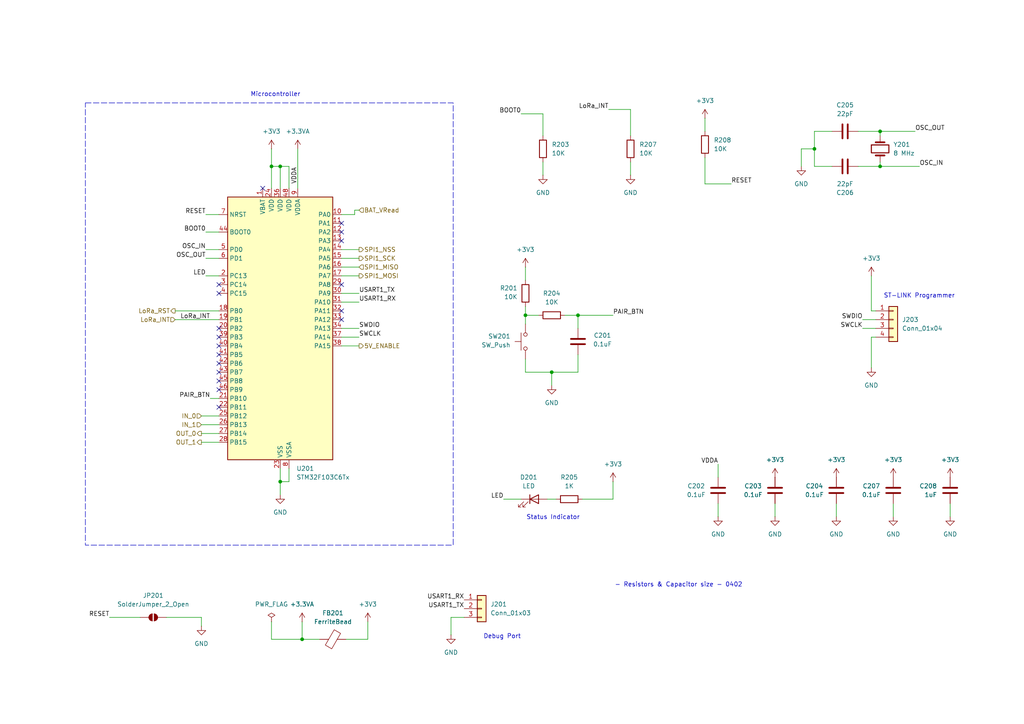
<source format=kicad_sch>
(kicad_sch (version 20250114) (generator "eeschema") (generator_version "9.0")
  (paper "A4")
  (lib_symbols
    (symbol "Connector_Generic:Conn_01x03" (pin_names (offset 1.016) (hide yes))
      (property "Reference" "J" (at 0 5.08 0))
      (property "Value" "Conn_01x03" (at 0 -5.08 0))
      (symbol "Conn_01x03_1_1"
        (rectangle (start -1.27 3.81) (end 1.27 -3.81) (stroke (width 0.254)) (fill (type background)))
        (rectangle (start -1.27 2.667) (end 0 2.413) (stroke (width 0.1524)))
        (rectangle (start -1.27 0.127) (end 0 -0.127) (stroke (width 0.1524)))
        (rectangle (start -1.27 -2.413) (end 0 -2.667) (stroke (width 0.1524)))
        (pin passive line (at -5.08 2.54 0) (length 3.81) (name "Pin_1") (number "1"))
        (pin passive line (at -5.08 0 0) (length 3.81) (name "Pin_2") (number "2"))
        (pin passive line (at -5.08 -2.54 0) (length 3.81) (name "Pin_3") (number "3"))
      )
    )
    (symbol "Connector_Generic:Conn_01x04" (pin_names (offset 1.016) (hide yes))
      (property "Reference" "J" (at 0 5.08 0))
      (property "Value" "Conn_01x04" (at 0 -7.62 0))
      (symbol "Conn_01x04_1_1"
        (rectangle (start -1.27 3.81) (end 1.27 -6.35) (stroke (width 0.254)) (fill (type background)))
        (rectangle (start -1.27 2.667) (end 0 2.413) (stroke (width 0.1524)))
        (rectangle (start -1.27 0.127) (end 0 -0.127) (stroke (width 0.1524)))
        (rectangle (start -1.27 -2.413) (end 0 -2.667) (stroke (width 0.1524)))
        (rectangle (start -1.27 -4.953) (end 0 -5.207) (stroke (width 0.1524)))
        (pin passive line (at -5.08 2.54 0) (length 3.81) (name "Pin_1") (number "1"))
        (pin passive line (at -5.08 0 0) (length 3.81) (name "Pin_2") (number "2"))
        (pin passive line (at -5.08 -2.54 0) (length 3.81) (name "Pin_3") (number "3"))
        (pin passive line (at -5.08 -5.08 0) (length 3.81) (name "Pin_4") (number "4"))
      )
    )
    (symbol "Device:C" (pin_numbers (hide yes)) (pin_names (offset 0.254))
      (property "Reference" "C" (at 0.635 2.54 0))
      (property "Value" "C" (at 0.635 -2.54 0))
      (symbol "C_0_1"
        (polyline (pts (xy -2.032 0.762) (xy 2.032 0.762)) (stroke (width 0.508)))
        (polyline (pts (xy -2.032 -0.762) (xy 2.032 -0.762)) (stroke (width 0.508)))
      )
      (symbol "C_1_1"
        (pin passive line (at 0 3.81 270) (length 2.794) (name "~") (number "1"))
        (pin passive line (at 0 -3.81 90) (length 2.794) (name "~") (number "2"))
      )
    )
    (symbol "Device:Crystal" (pin_numbers (hide yes)) (pin_names (offset 1.016) (hide yes))
      (property "Reference" "Y" (at 0 3.81 0))
      (property "Value" "Crystal" (at 0 -3.81 0))
      (symbol "Crystal_0_1"
        (polyline (pts (xy -2.54 0) (xy -1.905 0)))
        (polyline (pts (xy -1.905 -1.27) (xy -1.905 1.27)) (stroke (width 0.508)))
        (rectangle (start -1.143 2.54) (end 1.143 -2.54) (stroke (width 0.3048)))
        (polyline (pts (xy 1.905 -1.27) (xy 1.905 1.27)) (stroke (width 0.508)))
        (polyline (pts (xy 2.54 0) (xy 1.905 0)))
      )
      (symbol "Crystal_1_1"
        (pin passive line (at -3.81 0 0) (length 1.27) (name "1") (number "1"))
        (pin passive line (at 3.81 0 180) (length 1.27) (name "2") (number "2"))
      )
    )
    (symbol "Device:FerriteBead" (pin_numbers (hide yes)) (pin_names (offset 0))
      (property "Reference" "FB" (at -3.81 0.635 90))
      (property "Value" "FerriteBead" (at 3.81 0 90))
      (symbol "FerriteBead_0_1"
        (polyline (pts (xy -2.7686 0.4064) (xy -1.7018 2.2606) (xy 2.7686 -0.3048) (xy 1.6764 -2.159) (xy -2.7686 0.4064)))
        (polyline (pts (xy 0 1.27) (xy 0 1.2954)))
        (polyline (pts (xy 0 -1.27) (xy 0 -1.2192)))
      )
      (symbol "FerriteBead_1_1"
        (pin passive line (at 0 3.81 270) (length 2.54) (name "~") (number "1"))
        (pin passive line (at 0 -3.81 90) (length 2.54) (name "~") (number "2"))
      )
    )
    (symbol "Device:LED" (pin_numbers (hide yes)) (pin_names (offset 1.016) (hide yes))
      (property "Reference" "D" (at 0 2.54 0))
      (property "Value" "LED" (at 0 -2.54 0))
      (symbol "LED_0_1"
        (polyline (pts (xy -3.048 -0.762) (xy -4.572 -2.286) (xy -3.81 -2.286) (xy -4.572 -2.286) (xy -4.572 -1.524)))
        (polyline (pts (xy -1.778 -0.762) (xy -3.302 -2.286) (xy -2.54 -2.286) (xy -3.302 -2.286) (xy -3.302 -1.524)))
        (polyline (pts (xy -1.27 0) (xy 1.27 0)))
        (polyline (pts (xy -1.27 -1.27) (xy -1.27 1.27)) (stroke (width 0.254)))
        (polyline (pts (xy 1.27 -1.27) (xy 1.27 1.27) (xy -1.27 0) (xy 1.27 -1.27)) (stroke (width 0.254)))
      )
      (symbol "LED_1_1"
        (pin passive line (at -3.81 0 0) (length 2.54) (name "K") (number "1"))
        (pin passive line (at 3.81 0 180) (length 2.54) (name "A") (number "2"))
      )
    )
    (symbol "Device:R" (pin_numbers (hide yes)) (pin_names (offset 0))
      (property "Reference" "R" (at 2.032 0 90))
      (property "Value" "R" (at 0 0 90))
      (symbol "R_0_1"
        (rectangle (start -1.016 -2.54) (end 1.016 2.54) (stroke (width 0.254)))
      )
      (symbol "R_1_1"
        (pin passive line (at 0 3.81 270) (length 1.27) (name "~") (number "1"))
        (pin passive line (at 0 -3.81 90) (length 1.27) (name "~") (number "2"))
      )
    )
    (symbol "Jumper:SolderJumper_2_Open" (pin_numbers (hide yes)) (pin_names (offset 0) (hide yes)) (in_bom no)
      (property "Reference" "JP" (at 0 2.032 0))
      (property "Value" "SolderJumper_2_Open" (at 0 -2.54 0))
      (symbol "SolderJumper_2_Open_0_1"
        (polyline (pts (xy -0.254 1.016) (xy -0.254 -1.016)))
        (arc (start -0.254 -1.016) (mid -1.2656 0) (end -0.254 1.016))
        (arc (start -0.254 -1.016) (mid -1.2656 0) (end -0.254 1.016) (fill (type outline)))
        (arc (start 0.254 1.016) (mid 1.2656 0) (end 0.254 -1.016))
        (arc (start 0.254 1.016) (mid 1.2656 0) (end 0.254 -1.016) (fill (type outline)))
        (polyline (pts (xy 0.254 1.016) (xy 0.254 -1.016)))
      )
      (symbol "SolderJumper_2_Open_1_1"
        (pin passive line (at -3.81 0 0) (length 2.54) (name "A") (number "1"))
        (pin passive line (at 3.81 0 180) (length 2.54) (name "B") (number "2"))
      )
    )
    (symbol "MCU_ST_STM32F1:STM32F103C6Tx"
      (property "Reference" "U" (at -15.24 39.37 0))
      (property "Value" "STM32F103C6Tx" (at 7.62 39.37 0))
      (symbol "STM32F103C6Tx_0_1"
        (rectangle (start -15.24 -38.1) (end 15.24 38.1) (stroke (width 0.254)) (fill (type background)))
      )
      (symbol "STM32F103C6Tx_1_1"
        (pin input line (at -17.78 33.02 0) (length 2.54) (name "NRST") (number "7"))
        (pin input line (at -17.78 27.94 0) (length 2.54) (name "BOOT0") (number "44"))
        (pin bidirectional line (at -17.78 22.86 0) (length 2.54) (name "PD0") (number "5"))
        (pin bidirectional line (at -17.78 20.32 0) (length 2.54) (name "PD1") (number "6"))
        (pin bidirectional line (at -17.78 15.24 0) (length 2.54) (name "PC13") (number "2"))
        (pin bidirectional line (at -17.78 12.7 0) (length 2.54) (name "PC14") (number "3"))
        (pin bidirectional line (at -17.78 10.16 0) (length 2.54) (name "PC15") (number "4"))
        (pin bidirectional line (at -17.78 5.08 0) (length 2.54) (name "PB0") (number "18"))
        (pin bidirectional line (at -17.78 2.54 0) (length 2.54) (name "PB1") (number "19"))
        (pin bidirectional line (at -17.78 0 0) (length 2.54) (name "PB2") (number "20"))
        (pin bidirectional line (at -17.78 -2.54 0) (length 2.54) (name "PB3") (number "39"))
        (pin bidirectional line (at -17.78 -5.08 0) (length 2.54) (name "PB4") (number "40"))
        (pin bidirectional line (at -17.78 -7.62 0) (length 2.54) (name "PB5") (number "41"))
        (pin bidirectional line (at -17.78 -10.16 0) (length 2.54) (name "PB6") (number "42"))
        (pin bidirectional line (at -17.78 -12.7 0) (length 2.54) (name "PB7") (number "43"))
        (pin bidirectional line (at -17.78 -15.24 0) (length 2.54) (name "PB8") (number "45"))
        (pin bidirectional line (at -17.78 -17.78 0) (length 2.54) (name "PB9") (number "46"))
        (pin bidirectional line (at -17.78 -20.32 0) (length 2.54) (name "PB10") (number "21"))
        (pin bidirectional line (at -17.78 -22.86 0) (length 2.54) (name "PB11") (number "22"))
        (pin bidirectional line (at -17.78 -25.4 0) (length 2.54) (name "PB12") (number "25"))
        (pin bidirectional line (at -17.78 -27.94 0) (length 2.54) (name "PB13") (number "26"))
        (pin bidirectional line (at -17.78 -30.48 0) (length 2.54) (name "PB14") (number "27"))
        (pin bidirectional line (at -17.78 -33.02 0) (length 2.54) (name "PB15") (number "28"))
        (pin power_in line (at -5.08 40.64 270) (length 2.54) (name "VBAT") (number "1"))
        (pin power_in line (at -2.54 40.64 270) (length 2.54) (name "VDD") (number "24"))
        (pin power_in line (at 0 40.64 270) (length 2.54) (name "VDD") (number "36"))
        (pin power_in line (at 0 -40.64 90) (length 2.54) (name "VSS") (number "23"))
        (pin passive line (at 0 -40.64 90) (length 2.54) (hide yes) (name "VSS") (number "35"))
        (pin passive line (at 0 -40.64 90) (length 2.54) (hide yes) (name "VSS") (number "47"))
        (pin power_in line (at 2.54 40.64 270) (length 2.54) (name "VDD") (number "48"))
        (pin power_in line (at 2.54 -40.64 90) (length 2.54) (name "VSSA") (number "8"))
        (pin power_in line (at 5.08 40.64 270) (length 2.54) (name "VDDA") (number "9"))
        (pin bidirectional line (at 17.78 33.02 180) (length 2.54) (name "PA0") (number "10"))
        (pin bidirectional line (at 17.78 30.48 180) (length 2.54) (name "PA1") (number "11"))
        (pin bidirectional line (at 17.78 27.94 180) (length 2.54) (name "PA2") (number "12"))
        (pin bidirectional line (at 17.78 25.4 180) (length 2.54) (name "PA3") (number "13"))
        (pin bidirectional line (at 17.78 22.86 180) (length 2.54) (name "PA4") (number "14"))
        (pin bidirectional line (at 17.78 20.32 180) (length 2.54) (name "PA5") (number "15"))
        (pin bidirectional line (at 17.78 17.78 180) (length 2.54) (name "PA6") (number "16"))
        (pin bidirectional line (at 17.78 15.24 180) (length 2.54) (name "PA7") (number "17"))
        (pin bidirectional line (at 17.78 12.7 180) (length 2.54) (name "PA8") (number "29"))
        (pin bidirectional line (at 17.78 10.16 180) (length 2.54) (name "PA9") (number "30"))
        (pin bidirectional line (at 17.78 7.62 180) (length 2.54) (name "PA10") (number "31"))
        (pin bidirectional line (at 17.78 5.08 180) (length 2.54) (name "PA11") (number "32"))
        (pin bidirectional line (at 17.78 2.54 180) (length 2.54) (name "PA12") (number "33"))
        (pin bidirectional line (at 17.78 0 180) (length 2.54) (name "PA13") (number "34"))
        (pin bidirectional line (at 17.78 -2.54 180) (length 2.54) (name "PA14") (number "37"))
        (pin bidirectional line (at 17.78 -5.08 180) (length 2.54) (name "PA15") (number "38"))
      )
    )
    (symbol "Switch:SW_Push" (pin_numbers (hide yes)) (pin_names (offset 1.016) (hide yes))
      (property "Reference" "SW" (at 1.27 2.54 0))
      (property "Value" "SW_Push" (at 0 -1.524 0))
      (symbol "SW_Push_0_1"
        (circle (center -2.032 0) (radius 0.508))
        (polyline (pts (xy 0 1.27) (xy 0 3.048)))
        (circle (center 2.032 0) (radius 0.508))
        (polyline (pts (xy 2.54 1.27) (xy -2.54 1.27)))
        (pin passive line (at -5.08 0 0) (length 2.54) (name "1") (number "1"))
        (pin passive line (at 5.08 0 180) (length 2.54) (name "2") (number "2"))
      )
    )
    (symbol "power:+3.3VA" (power) (pin_numbers (hide yes)) (pin_names (offset 0) (hide yes))
      (property "Value" "+3.3VA" (at 0 3.556 0))
      (symbol "+3.3VA_0_1"
        (polyline (pts (xy -0.762 1.27) (xy 0 2.54)))
        (polyline (pts (xy 0 2.54) (xy 0.762 1.27)))
        (polyline (pts (xy 0 0) (xy 0 2.54)))
      )
      (symbol "+3.3VA_1_1"
        (pin power_in line (at 0 0 90) (length 0) (name "~") (number "1"))
      )
    )
    (symbol "power:+3V3" (power) (pin_numbers (hide yes)) (pin_names (offset 0) (hide yes))
      (property "Value" "+3V3" (at 0 3.556 0))
      (symbol "+3V3_0_1"
        (polyline (pts (xy -0.762 1.27) (xy 0 2.54)))
        (polyline (pts (xy 0 2.54) (xy 0.762 1.27)))
        (polyline (pts (xy 0 0) (xy 0 2.54)))
      )
      (symbol "+3V3_1_1"
        (pin power_in line (at 0 0 90) (length 0) (name "~") (number "1"))
      )
    )
    (symbol "power:GND" (power) (pin_numbers (hide yes)) (pin_names (offset 0) (hide yes))
      (property "Value" "GND" (at 0 -3.81 0))
      (symbol "GND_0_1"
        (polyline (pts (xy 0 0) (xy 0 -1.27) (xy 1.27 -1.27) (xy 0 -2.54) (xy -1.27 -1.27) (xy 0 -1.27)))
      )
      (symbol "GND_1_1"
        (pin power_in line (at 0 0 270) (length 0) (name "~") (number "1"))
      )
    )
    (symbol "power:PWR_FLAG" (power) (pin_numbers (hide yes)) (pin_names (offset 0) (hide yes))
      (property "Value" "PWR_FLAG" (at 0 3.81 0))
      (symbol "PWR_FLAG_0_0"
        (pin power_out line (at 0 0 90) (length 0) (name "~") (number "1"))
      )
      (symbol "PWR_FLAG_0_1"
        (polyline (pts (xy 0 0) (xy 0 1.27) (xy -1.016 1.905) (xy 0 2.54) (xy 1.016 1.905) (xy 0 1.27)))
      )
    )
  )
  (rectangle (start 24.765 29.845) (end 131.445 158.115) (stroke (width 0) (type dash)))
  (text "Status Indicator\n" (at 152.654 150.876 0) (effects (font (size 1.27 1.27)) (justify left bottom)))
  (text "Debug Port" (at 140.208 185.42 0) (effects (font (size 1.27 1.27)) (justify left bottom)))
  (text " - Resistors & Capacitor size - 0402\n" (at 196.342 169.672 0) (effects (font (size 1.27 1.27))))
  (text "ST-LINK Programmer\n" (at 256.286 86.614 0) (effects (font (size 1.27 1.27)) (justify left bottom)))
  (text "Microcontroller" (at 72.644 28.194 0) (effects (font (size 1.27 1.27)) (justify left bottom)))
  (junction (at 81.28 139.7))
  (junction (at 87.63 185.42))
  (junction (at 255.27 48.26))
  (junction (at 255.27 38.1))
  (junction (at 160.02 107.95))
  (junction (at 236.22 43.18))
  (junction (at 167.64 91.44))
  (junction (at 81.28 48.26))
  (junction (at 152.4 91.44))
  (junction (at 78.74 48.26))
  (no_connect (at 99.06 82.55))
  (no_connect (at 63.5 118.11))
  (no_connect (at 63.5 102.87))
  (no_connect (at 99.06 92.71))
  (no_connect (at 63.5 107.95))
  (no_connect (at 63.5 110.49))
  (no_connect (at 99.06 90.17))
  (no_connect (at 63.5 100.33))
  (no_connect (at 63.5 95.25))
  (no_connect (at 63.5 105.41))
  (no_connect (at 63.5 97.79))
  (no_connect (at 63.5 82.55))
  (no_connect (at 76.2 54.61))
  (no_connect (at 63.5 113.03))
  (no_connect (at 99.06 64.77))
  (no_connect (at 99.06 67.31))
  (no_connect (at 63.5 85.09))
  (no_connect (at 99.06 69.85))
  (wire (pts (xy 58.42 179.07) (xy 58.42 181.61)))
  (wire (pts (xy 275.59 149.86) (xy 275.59 146.05)))
  (wire (pts (xy 248.92 38.1) (xy 255.27 38.1)))
  (wire (pts (xy 83.82 48.26) (xy 83.82 54.61)))
  (wire (pts (xy 204.47 34.29) (xy 204.47 38.1)))
  (wire (pts (xy 146.05 144.78) (xy 151.13 144.78)))
  (wire (pts (xy 167.64 102.87) (xy 167.64 107.95)))
  (wire (pts (xy 208.28 134.62) (xy 208.28 138.43)))
  (wire (pts (xy 104.14 60.96) (xy 102.87 60.96)))
  (wire (pts (xy 163.83 91.44) (xy 167.64 91.44)))
  (wire (pts (xy 106.68 185.42) (xy 106.68 180.34)))
  (wire (pts (xy 232.41 43.18) (xy 236.22 43.18)))
  (wire (pts (xy 104.14 80.01) (xy 99.06 80.01)))
  (wire (pts (xy 152.4 77.47) (xy 152.4 81.28)))
  (wire (pts (xy 104.14 87.63) (xy 99.06 87.63)))
  (wire (pts (xy 78.74 185.42) (xy 87.63 185.42)))
  (wire (pts (xy 236.22 48.26) (xy 236.22 43.18)))
  (wire (pts (xy 81.28 48.26) (xy 78.74 48.26)))
  (wire (pts (xy 81.28 139.7) (xy 81.28 143.51)))
  (wire (pts (xy 204.47 53.34) (xy 212.09 53.34)))
  (wire (pts (xy 102.87 60.96) (xy 102.87 62.23)))
  (wire (pts (xy 100.33 185.42) (xy 106.68 185.42)))
  (wire (pts (xy 134.62 179.07) (xy 130.81 179.07)))
  (wire (pts (xy 248.92 48.26) (xy 255.27 48.26)))
  (wire (pts (xy 59.69 62.23) (xy 63.5 62.23)))
  (wire (pts (xy 168.91 144.78) (xy 177.8 144.78)))
  (wire (pts (xy 87.63 180.34) (xy 87.63 185.42)))
  (wire (pts (xy 81.28 135.89) (xy 81.28 139.7)))
  (wire (pts (xy 242.57 149.86) (xy 242.57 146.05)))
  (wire (pts (xy 104.14 97.79) (xy 99.06 97.79)))
  (wire (pts (xy 252.73 80.01) (xy 252.73 90.17)))
  (wire (pts (xy 48.26 179.07) (xy 58.42 179.07)))
  (wire (pts (xy 252.73 97.79) (xy 254 97.79)))
  (wire (pts (xy 99.06 74.93) (xy 104.14 74.93)))
  (wire (pts (xy 255.27 46.99) (xy 255.27 48.26)))
  (wire (pts (xy 236.22 38.1) (xy 241.3 38.1)))
  (wire (pts (xy 59.69 74.93) (xy 63.5 74.93)))
  (wire (pts (xy 157.48 50.8) (xy 157.48 46.99)))
  (wire (pts (xy 78.74 180.34) (xy 78.74 185.42)))
  (wire (pts (xy 250.19 95.25) (xy 254 95.25)))
  (wire (pts (xy 86.36 43.18) (xy 86.36 54.61)))
  (wire (pts (xy 255.27 38.1) (xy 265.43 38.1)))
  (wire (pts (xy 167.64 91.44) (xy 167.64 95.25)))
  (wire (pts (xy 157.48 33.02) (xy 157.48 39.37)))
  (wire (pts (xy 152.4 104.14) (xy 152.4 107.95)))
  (wire (pts (xy 50.8 90.17) (xy 63.5 90.17)))
  (wire (pts (xy 31.75 179.07) (xy 40.64 179.07)))
  (wire (pts (xy 104.14 95.25) (xy 99.06 95.25)))
  (wire (pts (xy 83.82 48.26) (xy 81.28 48.26)))
  (wire (pts (xy 182.88 39.37) (xy 182.88 31.75)))
  (wire (pts (xy 152.4 107.95) (xy 160.02 107.95)))
  (wire (pts (xy 204.47 45.72) (xy 204.47 53.34)))
  (wire (pts (xy 58.42 128.27) (xy 63.5 128.27)))
  (wire (pts (xy 104.14 77.47) (xy 99.06 77.47)))
  (wire (pts (xy 81.28 48.26) (xy 81.28 54.61)))
  (wire (pts (xy 160.02 111.76) (xy 160.02 107.95)))
  (wire (pts (xy 58.42 123.19) (xy 63.5 123.19)))
  (wire (pts (xy 151.13 33.02) (xy 157.48 33.02)))
  (wire (pts (xy 161.29 144.78) (xy 158.75 144.78)))
  (wire (pts (xy 255.27 38.1) (xy 255.27 39.37)))
  (wire (pts (xy 59.69 67.31) (xy 63.5 67.31)))
  (wire (pts (xy 255.27 48.26) (xy 266.7 48.26)))
  (wire (pts (xy 50.8 92.71) (xy 63.5 92.71)))
  (wire (pts (xy 58.42 125.73) (xy 63.5 125.73)))
  (wire (pts (xy 182.88 50.8) (xy 182.88 46.99)))
  (wire (pts (xy 78.74 43.18) (xy 78.74 48.26)))
  (wire (pts (xy 59.69 72.39) (xy 63.5 72.39)))
  (wire (pts (xy 83.82 139.7) (xy 81.28 139.7)))
  (wire (pts (xy 59.69 80.01) (xy 63.5 80.01)))
  (wire (pts (xy 224.79 149.86) (xy 224.79 146.05)))
  (wire (pts (xy 99.06 72.39) (xy 104.14 72.39)))
  (wire (pts (xy 152.4 91.44) (xy 152.4 93.98)))
  (wire (pts (xy 250.19 92.71) (xy 254 92.71)))
  (wire (pts (xy 160.02 107.95) (xy 167.64 107.95)))
  (wire (pts (xy 177.8 144.78) (xy 177.8 139.7)))
  (wire (pts (xy 130.81 179.07) (xy 130.81 184.15)))
  (wire (pts (xy 232.41 43.18) (xy 232.41 48.26)))
  (wire (pts (xy 83.82 135.89) (xy 83.82 139.7)))
  (wire (pts (xy 252.73 90.17) (xy 254 90.17)))
  (wire (pts (xy 104.14 100.33) (xy 99.06 100.33)))
  (wire (pts (xy 78.74 48.26) (xy 78.74 54.61)))
  (wire (pts (xy 259.08 149.86) (xy 259.08 146.05)))
  (wire (pts (xy 102.87 62.23) (xy 99.06 62.23)))
  (wire (pts (xy 104.14 85.09) (xy 99.06 85.09)))
  (wire (pts (xy 236.22 43.18) (xy 236.22 38.1)))
  (wire (pts (xy 182.88 31.75) (xy 176.53 31.75)))
  (wire (pts (xy 58.42 120.65) (xy 63.5 120.65)))
  (wire (pts (xy 87.63 185.42) (xy 92.71 185.42)))
  (wire (pts (xy 167.64 91.44) (xy 177.8 91.44)))
  (wire (pts (xy 252.73 97.79) (xy 252.73 106.68)))
  (wire (pts (xy 208.28 146.05) (xy 208.28 149.86)))
  (wire (pts (xy 152.4 91.44) (xy 156.21 91.44)))
  (wire (pts (xy 236.22 48.26) (xy 241.3 48.26)))
  (wire (pts (xy 60.96 115.57) (xy 63.5 115.57)))
  (wire (pts (xy 152.4 88.9) (xy 152.4 91.44)))
  (label "SWCLK" (at 250.19 95.25 180))
  (label "BOOT0" (at 59.69 67.31 180))
  (label "OSC_IN" (at 59.69 72.39 180))
  (label "USART1_RX" (at 134.62 173.99 180))
  (label "OSC_IN" (at 266.7 48.26 0))
  (label "RESET" (at 212.09 53.34 0))
  (label "USART1_RX" (at 104.14 87.63 0))
  (label "PAIR_BTN" (at 177.8 91.44 0))
  (label "RESET" (at 31.75 179.07 180))
  (label "LED" (at 59.69 80.01 180))
  (label "LED" (at 146.05 144.78 180))
  (label "VDDA" (at 86.36 53.34 90))
  (label "RESET" (at 59.69 62.23 180))
  (label "BOOT0" (at 151.13 33.02 180))
  (label "LoRa_INT" (at 176.53 31.75 180))
  (label "LoRa_INT" (at 60.96 92.71 180))
  (label "SWDIO" (at 104.14 95.25 0))
  (label "OSC_OUT" (at 59.69 74.93 180))
  (label "USART1_TX" (at 134.62 176.53 180))
  (label "USART1_TX" (at 104.14 85.09 0))
  (label "OSC_OUT" (at 265.43 38.1 0))
  (label "SWCLK" (at 104.14 97.79 0))
  (label "SWDIO" (at 250.19 92.71 180))
  (label "PAIR_BTN" (at 60.96 115.57 180))
  (label "VDDA" (at 208.28 134.62 180))
  (hierarchical_label "SPI1_NSS" (shape output) (at 104.14 72.39 0))
  (hierarchical_label "OUT_1" (shape output) (at 58.42 128.27 180))
  (hierarchical_label "OUT_0" (shape output) (at 58.42 125.73 180))
  (hierarchical_label "SPI1_MOSI" (shape output) (at 104.14 80.01 0))
  (hierarchical_label "BAT_VRead" (shape input) (at 104.14 60.96 0))
  (hierarchical_label "SPI1_SCK" (shape output) (at 104.14 74.93 0))
  (hierarchical_label "IN_1" (shape input) (at 58.42 123.19 180))
  (hierarchical_label "IN_0" (shape input) (at 58.42 120.65 180))
  (hierarchical_label "SPI1_MISO" (shape input) (at 104.14 77.47 0))
  (hierarchical_label "LoRa_INT" (shape input) (at 50.8 92.71 180))
  (hierarchical_label "5V_ENABLE" (shape output) (at 104.14 100.33 0))
  (hierarchical_label "LoRa_RST" (shape output) (at 50.8 90.17 180))
  (symbol (lib_id "power:GND") (at 232.41 48.26 0) (unit 1)
    (property "Reference" "#PWR0218" (effects (hide yes)))
    (property "Value" "GND" (at 232.41 53.34 0))
    (property "Description" "Power symbol creates a global label with name \"GND\" , ground" (effects (hide yes)))
  )
  (symbol (lib_id "Jumper:SolderJumper_2_Open") (at 44.45 179.07 0) (unit 1) (in_bom no)
    (property "Reference" "JP201" (at 44.45 172.72 0))
    (property "Value" "SolderJumper_2_Open" (at 44.45 175.26 0))
    (property "Footprint" "Jumper:SolderJumper-2_P1.3mm_Open_RoundedPad1.0x1.5mm" (effects (hide yes)))
    (property "Description" "Solder Jumper, 2-pole, open" (effects (hide yes)))
  )
  (symbol (lib_id "power:GND") (at 224.79 149.86 0) (unit 1)
    (property "Reference" "#PWR0217" (effects (hide yes)))
    (property "Value" "GND" (at 224.79 154.94 0))
    (property "Description" "Power symbol creates a global label with name \"GND\" , ground" (effects (hide yes)))
  )
  (symbol (lib_id "power:GND") (at 160.02 111.76 0) (unit 1)
    (property "Reference" "#PWR0210" (effects (hide yes)))
    (property "Value" "GND" (at 160.02 116.84 0))
    (property "Description" "Power symbol creates a global label with name \"GND\" , ground" (effects (hide yes)))
  )
  (symbol (lib_id "power:GND") (at 275.59 149.86 0) (unit 1)
    (property "Reference" "#PWR0226" (effects (hide yes)))
    (property "Value" "GND" (at 275.59 154.94 0))
    (property "Description" "Power symbol creates a global label with name \"GND\" , ground" (effects (hide yes)))
  )
  (symbol (lib_id "Device:LED") (at 154.94 144.78 0) (unit 1)
    (property "Reference" "D201" (at 153.3525 138.43 0))
    (property "Value" "LED" (at 153.3525 140.97 0))
    (property "Footprint" "LED_THT:LED_D3.0mm" (effects (hide yes)))
    (property "Description" "Light emitting diode" (effects (hide yes)))
    (property "Sim.Pins" "1=K 2=A" (effects (hide yes)))
  )
  (symbol (lib_id "Device:C") (at 245.11 38.1 270) (unit 1)
    (property "Reference" "C205" (at 245.11 30.48 90))
    (property "Value" "22pF" (at 245.11 33.02 90))
    (property "Footprint" "Capacitor_SMD:C_0402_1005Metric_Pad0.74x0.62mm_HandSolder" (effects (hide yes)))
    (property "Description" "Unpolarized capacitor" (effects (hide yes)))
  )
  (symbol (lib_id "Device:FerriteBead") (at 96.52 185.42 270) (unit 1)
    (property "Reference" "FB201" (at 96.5708 177.8 90))
    (property "Value" "FerriteBead" (at 96.5708 180.34 90))
    (property "Footprint" "Resistor_SMD:R_0402_1005Metric_Pad0.72x0.64mm_HandSolder" (effects (hide yes)))
    (property "Description" "Ferrite bead" (effects (hide yes)))
  )
  (symbol (lib_id "power:+3V3") (at 106.68 180.34 0) (unit 1)
    (property "Reference" "#PWR0206" (effects (hide yes)))
    (property "Value" "+3V3" (at 106.68 175.26 0))
    (property "Description" "Power symbol creates a global label with name \"+3V3\"" (effects (hide yes)))
  )
  (symbol (lib_id "power:GND") (at 130.81 184.15 0) (unit 1)
    (property "Reference" "#PWR0207" (effects (hide yes)))
    (property "Value" "GND" (at 130.81 189.23 0))
    (property "Description" "Power symbol creates a global label with name \"GND\" , ground" (effects (hide yes)))
  )
  (symbol (lib_id "Device:R") (at 160.02 91.44 90) (unit 1)
    (property "Reference" "R204" (at 160.02 85.09 90))
    (property "Value" "10K" (at 160.02 87.63 90))
    (property "Footprint" "Resistor_SMD:R_0402_1005Metric_Pad0.72x0.64mm_HandSolder" (effects (hide yes)))
    (property "Description" "Resistor" (effects (hide yes)))
  )
  (symbol (lib_id "Connector_Generic:Conn_01x04") (at 259.08 92.71 0) (unit 1)
    (property "Reference" "J203" (at 261.62 92.7099 0) (effects (justify left)))
    (property "Value" "Conn_01x04" (at 261.62 95.2499 0) (effects (justify left)))
    (property "Footprint" "Connector_PinHeader_2.54mm:PinHeader_1x04_P2.54mm_Vertical" (effects (hide yes)))
    (property "Description" "Generic connector, single row, 01x04, script generated (kicad-library-utils/schlib/autogen/connector/)" (effects (hide yes)))
  )
  (symbol (lib_id "Device:Crystal") (at 255.27 43.18 270) (unit 1)
    (property "Reference" "Y201" (at 259.08 41.9099 90) (effects (justify left)))
    (property "Value" "8 MHz" (at 259.08 44.4499 90) (effects (justify left)))
    (property "Footprint" "Crystal:Crystal_HC49-4H_Vertical" (effects (hide yes)))
    (property "Description" "Two pin crystal" (effects (hide yes)))
  )
  (symbol (lib_id "power:PWR_FLAG") (at 78.74 180.34 0) (unit 1)
    (property "Reference" "#FLG0201" (effects (hide yes)))
    (property "Value" "PWR_FLAG" (at 78.74 175.26 0))
    (property "Description" "Special symbol for telling ERC where power comes from" (effects (hide yes)))
  )
  (symbol (lib_id "power:+3V3") (at 242.57 138.43 0) (unit 1)
    (property "Reference" "#PWR0219" (effects (hide yes)))
    (property "Value" "+3V3" (at 242.57 133.35 0))
    (property "Description" "Power symbol creates a global label with name \"+3V3\"" (effects (hide yes)))
  )
  (symbol (lib_id "Device:R") (at 157.48 43.18 0) (unit 1)
    (property "Reference" "R203" (at 160.02 41.9099 0) (effects (justify left)))
    (property "Value" "10K" (at 160.02 44.4499 0) (effects (justify left)))
    (property "Footprint" "Resistor_SMD:R_0402_1005Metric_Pad0.72x0.64mm_HandSolder" (effects (hide yes)))
    (property "Description" "Resistor" (effects (hide yes)))
  )
  (symbol (lib_id "power:+3V3") (at 224.79 138.43 0) (unit 1)
    (property "Reference" "#PWR0216" (effects (hide yes)))
    (property "Value" "+3V3" (at 224.79 133.35 0))
    (property "Description" "Power symbol creates a global label with name \"+3V3\"" (effects (hide yes)))
  )
  (symbol (lib_id "Device:C") (at 167.64 99.06 0) (mirror y) (unit 1)
    (property "Reference" "C201" (at 174.752 97.282 0))
    (property "Value" "0.1uF" (at 174.752 99.822 0))
    (property "Footprint" "Capacitor_SMD:C_0402_1005Metric_Pad0.74x0.62mm_HandSolder" (effects (hide yes)))
    (property "Description" "Unpolarized capacitor" (effects (hide yes)))
  )
  (symbol (lib_id "power:+3.3VA") (at 87.63 180.34 0) (unit 1)
    (property "Reference" "#PWR0205" (effects (hide yes)))
    (property "Value" "+3.3VA" (at 87.63 175.26 0))
    (property "Description" "Power symbol creates a global label with name \"+3.3VA\"" (effects (hide yes)))
  )
  (symbol (lib_id "Device:C") (at 259.08 142.24 0) (mirror y) (unit 1)
    (property "Reference" "C207" (at 252.73 140.97 0))
    (property "Value" "0.1uF" (at 252.73 143.51 0))
    (property "Footprint" "Capacitor_SMD:C_0402_1005Metric_Pad0.74x0.62mm_HandSolder" (effects (hide yes)))
    (property "Description" "Unpolarized capacitor" (effects (hide yes)))
  )
  (symbol (lib_id "Device:C") (at 208.28 142.24 0) (mirror y) (unit 1)
    (property "Reference" "C202" (at 201.93 140.97 0))
    (property "Value" "0.1uF" (at 201.93 143.51 0))
    (property "Footprint" "Capacitor_SMD:C_0402_1005Metric_Pad0.74x0.62mm_HandSolder" (effects (hide yes)))
    (property "Description" "Unpolarized capacitor" (effects (hide yes)))
  )
  (symbol (lib_id "power:+3V3") (at 152.4 77.47 0) (unit 1)
    (property "Reference" "#PWR0208" (effects (hide yes)))
    (property "Value" "+3V3" (at 152.4 72.39 0))
    (property "Description" "Power symbol creates a global label with name \"+3V3\"" (effects (hide yes)))
  )
  (symbol (lib_id "power:GND") (at 242.57 149.86 0) (unit 1)
    (property "Reference" "#PWR0220" (effects (hide yes)))
    (property "Value" "GND" (at 242.57 154.94 0))
    (property "Description" "Power symbol creates a global label with name \"GND\" , ground" (effects (hide yes)))
  )
  (symbol (lib_id "Device:R") (at 182.88 43.18 0) (unit 1)
    (property "Reference" "R207" (at 185.42 41.9099 0) (effects (justify left)))
    (property "Value" "10K" (at 185.42 44.4499 0) (effects (justify left)))
    (property "Footprint" "Resistor_SMD:R_0402_1005Metric_Pad0.72x0.64mm_HandSolder" (effects (hide yes)))
    (property "Description" "Resistor" (effects (hide yes)))
  )
  (symbol (lib_id "Device:C") (at 275.59 142.24 0) (mirror y) (unit 1)
    (property "Reference" "C208" (at 271.78 140.9699 0) (effects (justify left)))
    (property "Value" "1uF" (at 271.78 143.5099 0) (effects (justify left)))
    (property "Footprint" "Capacitor_SMD:C_0402_1005Metric_Pad0.74x0.62mm_HandSolder" (effects (hide yes)))
    (property "Description" "Unpolarized capacitor" (effects (hide yes)))
  )
  (symbol (lib_id "power:+3V3") (at 275.59 138.43 0) (unit 1)
    (property "Reference" "#PWR0225" (effects (hide yes)))
    (property "Value" "+3V3" (at 275.59 133.35 0))
    (property "Description" "Power symbol creates a global label with name \"+3V3\"" (effects (hide yes)))
  )
  (symbol (lib_id "power:GND") (at 259.08 149.86 0) (unit 1)
    (property "Reference" "#PWR0224" (effects (hide yes)))
    (property "Value" "GND" (at 259.08 154.94 0))
    (property "Description" "Power symbol creates a global label with name \"GND\" , ground" (effects (hide yes)))
  )
  (symbol (lib_id "MCU_ST_STM32F1:STM32F103C6Tx") (at 81.28 95.25 0) (unit 1)
    (property "Reference" "U201" (at 85.9633 135.89 0) (effects (justify left)))
    (property "Value" "STM32F103C6Tx" (at 85.9633 138.43 0) (effects (justify left)))
    (property "Footprint" "Package_QFP:LQFP-48_7x7mm_P0.5mm" (effects (hide yes)))
    (property "Datasheet" "https://www.st.com/resource/en/datasheet/stm32f103c6.pdf" (effects (hide yes)))
    (property "Description" "STMicroelectronics Arm Cortex-M3 MCU, 32KB flash, 10KB RAM, 72 MHz, 2.0-3.6V, 37 GPIO, LQFP48" (effects (hide yes)))
  )
  (symbol (lib_id "power:+3V3") (at 78.74 43.18 0) (unit 1)
    (property "Reference" "#PWR0202" (effects (hide yes)))
    (property "Value" "+3V3" (at 78.74 38.1 0))
    (property "Description" "Power symbol creates a global label with name \"+3V3\"" (effects (hide yes)))
  )
  (symbol (lib_id "power:+3V3") (at 259.08 138.43 0) (unit 1)
    (property "Reference" "#PWR0223" (effects (hide yes)))
    (property "Value" "+3V3" (at 259.08 133.35 0))
    (property "Description" "Power symbol creates a global label with name \"+3V3\"" (effects (hide yes)))
  )
  (symbol (lib_id "power:GND") (at 157.48 50.8 0) (mirror y) (unit 1)
    (property "Reference" "#PWR0209" (effects (hide yes)))
    (property "Value" "GND" (at 157.48 55.88 0))
    (property "Description" "Power symbol creates a global label with name \"GND\" , ground" (effects (hide yes)))
  )
  (symbol (lib_id "Device:C") (at 245.11 48.26 270) (mirror x) (unit 1)
    (property "Reference" "C206" (at 245.11 55.88 90))
    (property "Value" "22pF" (at 245.11 53.34 90))
    (property "Footprint" "Capacitor_SMD:C_0402_1005Metric_Pad0.74x0.62mm_HandSolder" (effects (hide yes)))
    (property "Description" "Unpolarized capacitor" (effects (hide yes)))
  )
  (symbol (lib_id "Device:R") (at 204.47 41.91 0) (unit 1)
    (property "Reference" "R208" (at 207.01 40.6399 0) (effects (justify left)))
    (property "Value" "10K" (at 207.01 43.1799 0) (effects (justify left)))
    (property "Footprint" "Resistor_SMD:R_0402_1005Metric_Pad0.72x0.64mm_HandSolder" (effects (hide yes)))
    (property "Description" "Resistor" (effects (hide yes)))
  )
  (symbol (lib_id "power:GND") (at 182.88 50.8 0) (mirror y) (unit 1)
    (property "Reference" "#PWR0212" (effects (hide yes)))
    (property "Value" "GND" (at 182.88 55.88 0))
    (property "Description" "Power symbol creates a global label with name \"GND\" , ground" (effects (hide yes)))
  )
  (symbol (lib_id "power:+3.3VA") (at 86.36 43.18 0) (unit 1)
    (property "Reference" "#PWR0204" (effects (hide yes)))
    (property "Value" "+3.3VA" (at 86.36 38.1 0))
    (property "Description" "Power symbol creates a global label with name \"+3.3VA\"" (effects (hide yes)))
  )
  (symbol (lib_id "Device:C") (at 224.79 142.24 0) (mirror y) (unit 1)
    (property "Reference" "C203" (at 218.44 140.97 0))
    (property "Value" "0.1uF" (at 218.44 143.51 0))
    (property "Footprint" "Capacitor_SMD:C_0402_1005Metric_Pad0.74x0.62mm_HandSolder" (effects (hide yes)))
    (property "Description" "Unpolarized capacitor" (effects (hide yes)))
  )
  (symbol (lib_id "power:GND") (at 208.28 149.86 0) (unit 1)
    (property "Reference" "#PWR0215" (effects (hide yes)))
    (property "Value" "GND" (at 208.28 154.94 0))
    (property "Description" "Power symbol creates a global label with name \"GND\" , ground" (effects (hide yes)))
  )
  (symbol (lib_id "Connector_Generic:Conn_01x03") (at 139.7 176.53 0) (unit 1)
    (property "Reference" "J201" (at 142.24 175.2599 0) (effects (justify left)))
    (property "Value" "Conn_01x03" (at 142.24 177.7999 0) (effects (justify left)))
    (property "Footprint" "Connector_PinHeader_2.54mm:PinHeader_1x03_P2.54mm_Vertical" (effects (hide yes)))
    (property "Description" "Generic connector, single row, 01x03, script generated (kicad-library-utils/schlib/autogen/connector/)" (effects (hide yes)))
  )
  (symbol (lib_id "power:GND") (at 252.73 106.68 0) (unit 1)
    (property "Reference" "#PWR0222" (effects (hide yes)))
    (property "Value" "GND" (at 252.73 111.76 0))
    (property "Description" "Power symbol creates a global label with name \"GND\" , ground" (effects (hide yes)))
  )
  (symbol (lib_id "Device:R") (at 152.4 85.09 0) (unit 1)
    (property "Reference" "R201" (at 150.114 83.566 0) (effects (justify right)))
    (property "Value" "10K" (at 150.114 86.106 0) (effects (justify right)))
    (property "Footprint" "Resistor_SMD:R_0402_1005Metric_Pad0.72x0.64mm_HandSolder" (effects (hide yes)))
    (property "Description" "Resistor" (effects (hide yes)))
  )
  (symbol (lib_id "power:GND") (at 58.42 181.61 0) (unit 1)
    (property "Reference" "#PWR0201" (effects (hide yes)))
    (property "Value" "GND" (at 58.42 186.69 0))
    (property "Description" "Power symbol creates a global label with name \"GND\" , ground" (effects (hide yes)))
  )
  (symbol (lib_id "power:+3V3") (at 177.8 139.7 0) (unit 1)
    (property "Reference" "#PWR0211" (effects (hide yes)))
    (property "Value" "+3V3" (at 177.8 134.62 0))
    (property "Description" "Power symbol creates a global label with name \"+3V3\"" (effects (hide yes)))
  )
  (symbol (lib_id "Device:C") (at 242.57 142.24 0) (mirror y) (unit 1)
    (property "Reference" "C204" (at 236.22 140.97 0))
    (property "Value" "0.1uF" (at 236.22 143.51 0))
    (property "Footprint" "Capacitor_SMD:C_0402_1005Metric_Pad0.74x0.62mm_HandSolder" (effects (hide yes)))
    (property "Description" "Unpolarized capacitor" (effects (hide yes)))
  )
  (symbol (lib_id "power:+3V3") (at 252.73 80.01 0) (unit 1)
    (property "Reference" "#PWR0221" (effects (hide yes)))
    (property "Value" "+3V3" (at 252.73 74.93 0))
    (property "Description" "Power symbol creates a global label with name \"+3V3\"" (effects (hide yes)))
  )
  (symbol (lib_id "Device:R") (at 165.1 144.78 90) (unit 1)
    (property "Reference" "R205" (at 165.1 138.43 90))
    (property "Value" "1K" (at 165.1 140.97 90))
    (property "Footprint" "Resistor_SMD:R_0402_1005Metric_Pad0.72x0.64mm_HandSolder" (effects (hide yes)))
    (property "Description" "Resistor" (effects (hide yes)))
  )
  (symbol (lib_id "Switch:SW_Push") (at 152.4 99.06 90) (unit 1)
    (property "Reference" "SW201" (at 148.082 97.536 90) (effects (justify left)))
    (property "Value" "SW_Push" (at 148.082 100.076 90) (effects (justify left)))
    (property "Footprint" "Connector_PinHeader_2.54mm:PinHeader_1x02_P2.54mm_Vertical" (effects (hide yes)))
    (property "Description" "Push button switch, generic, two pins" (effects (hide yes)))
  )
  (symbol (lib_id "power:GND") (at 81.28 143.51 0) (unit 1)
    (property "Reference" "#PWR0203" (effects (hide yes)))
    (property "Value" "GND" (at 81.28 148.59 0))
    (property "Description" "Power symbol creates a global label with name \"GND\" , ground" (effects (hide yes)))
  )
  (symbol (lib_id "power:+3V3") (at 204.47 34.29 0) (unit 1)
    (property "Reference" "#PWR0213" (effects (hide yes)))
    (property "Value" "+3V3" (at 204.47 29.21 0))
    (property "Description" "Power symbol creates a global label with name \"+3V3\"" (effects (hide yes)))
  )
)
</source>
